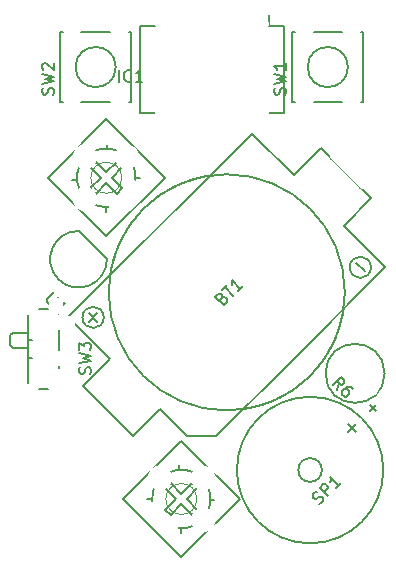
<source format=gbr>
G04 #@! TF.FileFunction,Legend,Top*
%FSLAX46Y46*%
G04 Gerber Fmt 4.6, Leading zero omitted, Abs format (unit mm)*
G04 Created by KiCad (PCBNEW (2015-11-17 BZR 6321)-product) date Thu 03 Dec 2015 08:01:09 PM EST*
%MOMM*%
G01*
G04 APERTURE LIST*
%ADD10C,0.100000*%
%ADD11C,0.150000*%
%ADD12C,0.152400*%
%ADD13C,0.177800*%
%ADD14C,0.088900*%
%ADD15O,2.000000X2.000000*%
%ADD16C,1.924000*%
%ADD17C,2.076400*%
%ADD18C,2.000200*%
%ADD19R,1.400000X3.150000*%
%ADD20C,1.300000*%
%ADD21R,1.900000X1.100000*%
%ADD22R,1.200000X1.400000*%
%ADD23C,1.299160*%
G04 APERTURE END LIST*
D10*
D11*
X90485787Y-80800505D02*
G75*
G03X82000505Y-89285786I1414213J-9899495D01*
G01*
X93314213Y-100599495D02*
G75*
G03X101799495Y-92114214I-1414213J9899495D01*
G01*
X97556854Y-80800505D02*
X94021320Y-77264971D01*
X105335029Y-88578680D02*
X101799495Y-85043146D01*
X82000505Y-96356854D02*
X78464971Y-92821320D01*
X88541243Y-102897592D02*
X86243146Y-100599495D01*
X97556854Y-96356854D02*
X91016117Y-102897592D01*
X91016117Y-102897592D02*
X88541243Y-102897592D01*
X80939845Y-92467767D02*
X80232738Y-93174874D01*
X103567262Y-88932233D02*
X102860155Y-88225126D01*
X104115095Y-88578680D02*
G75*
G03X104115095Y-88578680I-901387J0D01*
G01*
X94021320Y-77264971D02*
X78464971Y-92821320D01*
X79313499Y-100811627D02*
X80586292Y-99538835D01*
X81788373Y-103286501D02*
X79313499Y-100811627D01*
X83061165Y-102013708D02*
X81788373Y-103286501D01*
X79702408Y-98654951D02*
X82000505Y-96356854D01*
X83945049Y-102897592D02*
X79702408Y-98654951D01*
X86243146Y-100599495D02*
X83945049Y-102897592D01*
X101900000Y-90700000D02*
G75*
G03X101900000Y-90700000I-10000000J0D01*
G01*
X105335029Y-88578680D02*
X97556854Y-96356854D01*
X100738835Y-79386292D02*
X102011627Y-78113499D01*
X104097592Y-82745049D02*
X101799495Y-85043146D01*
X102011627Y-78113499D02*
X104486501Y-80588373D01*
X99854951Y-78502408D02*
X104097592Y-82745049D01*
X97556854Y-80800505D02*
X99854951Y-78502408D01*
X104486501Y-80588373D02*
X103213708Y-81861165D01*
X81487680Y-92821320D02*
G75*
G03X81487680Y-92821320I-901388J0D01*
G01*
X80939845Y-93174874D02*
X80232738Y-92467767D01*
X96745000Y-68135000D02*
X95475000Y-68135000D01*
X96745000Y-75485000D02*
X95475000Y-75485000D01*
X84535000Y-75485000D02*
X85805000Y-75485000D01*
X84535000Y-68135000D02*
X85805000Y-68135000D01*
X96745000Y-68135000D02*
X96745000Y-75485000D01*
X84535000Y-68135000D02*
X84535000Y-75485000D01*
X95475000Y-68135000D02*
X95475000Y-67200000D01*
X105260660Y-97560660D02*
G75*
G03X105260660Y-97560660I-2500000J0D01*
G01*
D12*
X85539477Y-108196051D02*
X85180267Y-108196051D01*
X88053949Y-110710523D02*
X88053949Y-111069733D01*
X89832040Y-109974142D02*
X90101447Y-110243549D01*
X90478618Y-108285854D02*
X90837828Y-108285854D01*
X89796119Y-106453881D02*
X90065526Y-106184474D01*
X87874344Y-105681579D02*
X87874344Y-105322369D01*
X86275858Y-106417960D02*
X86006451Y-106148553D01*
D13*
X87155923Y-106849013D02*
X88053949Y-107747038D01*
X88053949Y-107747038D02*
X88951975Y-106849013D01*
X88951975Y-106849013D02*
X89400987Y-107298025D01*
X89400987Y-107298025D02*
X88502962Y-108196051D01*
X88502962Y-108196051D02*
X89400987Y-109094077D01*
X89400987Y-109094077D02*
X88951975Y-109543089D01*
X88951975Y-109543089D02*
X88053949Y-108645064D01*
X88053949Y-108645064D02*
X87155923Y-109543089D01*
X87155923Y-109543089D02*
X86706911Y-109094077D01*
X86706911Y-109094077D02*
X87604936Y-108196051D01*
X87604936Y-108196051D02*
X86706911Y-107298025D01*
X86706911Y-107298025D02*
X87155923Y-106849013D01*
X88053949Y-103256910D02*
X92993090Y-108196051D01*
X92993090Y-108196051D02*
X88053949Y-113135192D01*
X88053949Y-113135192D02*
X83114808Y-108196051D01*
X83114808Y-108196051D02*
X88053949Y-103256910D01*
D14*
X89361474Y-108196051D02*
G75*
G03X89361474Y-108196051I-1307525J0D01*
G01*
D13*
X87833272Y-110665966D02*
G75*
G03X85584379Y-108420557I220677J2469915D01*
G01*
D12*
X81700000Y-83514472D02*
X81700000Y-83873682D01*
X84214472Y-81000000D02*
X84573682Y-81000000D01*
X83478091Y-79221909D02*
X83747498Y-78952502D01*
X81789803Y-78575331D02*
X81789803Y-78216121D01*
X79957830Y-79257830D02*
X79688423Y-78988423D01*
X79185528Y-81179605D02*
X78826318Y-81179605D01*
X79921909Y-82778091D02*
X79652502Y-83047498D01*
D13*
X80352962Y-81898026D02*
X81250987Y-81000000D01*
X81250987Y-81000000D02*
X80352962Y-80101974D01*
X80352962Y-80101974D02*
X80801974Y-79652962D01*
X80801974Y-79652962D02*
X81700000Y-80550987D01*
X81700000Y-80550987D02*
X82598026Y-79652962D01*
X82598026Y-79652962D02*
X83047038Y-80101974D01*
X83047038Y-80101974D02*
X82149013Y-81000000D01*
X82149013Y-81000000D02*
X83047038Y-81898026D01*
X83047038Y-81898026D02*
X82598026Y-82347038D01*
X82598026Y-82347038D02*
X81700000Y-81449013D01*
X81700000Y-81449013D02*
X80801974Y-82347038D01*
X80801974Y-82347038D02*
X80352962Y-81898026D01*
X76760859Y-81000000D02*
X81700000Y-76060859D01*
X81700000Y-76060859D02*
X86639141Y-81000000D01*
X86639141Y-81000000D02*
X81700000Y-85939141D01*
X81700000Y-85939141D02*
X76760859Y-81000000D01*
D14*
X83007525Y-81000000D02*
G75*
G03X83007525Y-81000000I-1307525J0D01*
G01*
D13*
X84169915Y-81220677D02*
G75*
G03X81924506Y-83469570I-2469915J220677D01*
G01*
D11*
X102137539Y-101854817D02*
X102845183Y-102562461D01*
X102137539Y-102562461D02*
X102843387Y-101856613D01*
X99955696Y-105745064D02*
G75*
G03X99955696Y-105745064I-1000760J0D01*
G01*
X105155076Y-105745064D02*
G75*
G03X105155076Y-105745064I-6200140J0D01*
G01*
X97450000Y-68625000D02*
X97650000Y-68625000D01*
X103450000Y-68625000D02*
X103250000Y-68625000D01*
X103450000Y-74625000D02*
X103250000Y-74625000D01*
X97450000Y-74625000D02*
X97650000Y-74625000D01*
X99250000Y-74625000D02*
X101650000Y-74625000D01*
X99250000Y-68625000D02*
X101650000Y-68625000D01*
X97450000Y-68625000D02*
X97450000Y-74625000D01*
X103450000Y-74625000D02*
X103450000Y-68625000D01*
X102150000Y-71625000D02*
G75*
G03X102150000Y-71625000I-1700000J0D01*
G01*
X77800000Y-68625000D02*
X78000000Y-68625000D01*
X83800000Y-68625000D02*
X83600000Y-68625000D01*
X83800000Y-74625000D02*
X83600000Y-74625000D01*
X77800000Y-74625000D02*
X78000000Y-74625000D01*
X79600000Y-74625000D02*
X82000000Y-74625000D01*
X79600000Y-68625000D02*
X82000000Y-68625000D01*
X77800000Y-68625000D02*
X77800000Y-74625000D01*
X83800000Y-74625000D02*
X83800000Y-68625000D01*
X82500000Y-71625000D02*
G75*
G03X82500000Y-71625000I-1700000J0D01*
G01*
X75375000Y-96250000D02*
X75075000Y-96250000D01*
X75375000Y-94750000D02*
X75075000Y-94750000D01*
X77675000Y-96900000D02*
X77675000Y-97100000D01*
X73775000Y-94100000D02*
X73575000Y-94300000D01*
X73775000Y-95400000D02*
X73575000Y-95200000D01*
X75075000Y-94100000D02*
X73775000Y-94100000D01*
X73575000Y-94300000D02*
X73575000Y-95200000D01*
X73775000Y-95400000D02*
X75075000Y-95400000D01*
X75075000Y-92650000D02*
X75075000Y-98350000D01*
X77675000Y-93900000D02*
X77675000Y-95600000D01*
X76775000Y-92150000D02*
X75975000Y-92150000D01*
X75975000Y-98850000D02*
X76775000Y-98850000D01*
X81752188Y-87898025D02*
X79348025Y-85493862D01*
X81748025Y-87898024D02*
G75*
G02X77650969Y-89595082I-2400000J-1D01*
G01*
X79348024Y-85498025D02*
G75*
G03X77650969Y-89595082I1J-2400000D01*
G01*
X91493908Y-91185076D02*
X91628595Y-91117732D01*
X91695939Y-91117733D01*
X91796955Y-91151405D01*
X91897970Y-91252420D01*
X91931641Y-91353435D01*
X91931641Y-91420778D01*
X91897970Y-91521794D01*
X91628595Y-91791168D01*
X90921488Y-91084061D01*
X91157191Y-90848359D01*
X91258206Y-90814687D01*
X91325550Y-90814687D01*
X91426565Y-90848359D01*
X91493908Y-90915702D01*
X91527580Y-91016717D01*
X91527580Y-91084061D01*
X91493908Y-91185076D01*
X91258206Y-91420778D01*
X91527580Y-90477970D02*
X91931641Y-90073908D01*
X92436717Y-90983046D02*
X91729610Y-90275939D01*
X93244840Y-90174924D02*
X92840778Y-90578985D01*
X93042809Y-90376955D02*
X92335702Y-89669848D01*
X92369374Y-89838206D01*
X92369374Y-89972893D01*
X92335702Y-90073908D01*
X82753810Y-72872381D02*
X82753810Y-71872381D01*
X83801429Y-72777143D02*
X83753810Y-72824762D01*
X83610953Y-72872381D01*
X83515715Y-72872381D01*
X83372857Y-72824762D01*
X83277619Y-72729524D01*
X83230000Y-72634286D01*
X83182381Y-72443810D01*
X83182381Y-72300952D01*
X83230000Y-72110476D01*
X83277619Y-72015238D01*
X83372857Y-71920000D01*
X83515715Y-71872381D01*
X83610953Y-71872381D01*
X83753810Y-71920000D01*
X83801429Y-71967619D01*
X84753810Y-72872381D02*
X84182381Y-72872381D01*
X84468095Y-72872381D02*
X84468095Y-71872381D01*
X84372857Y-72015238D01*
X84277619Y-72110476D01*
X84182381Y-72158095D01*
X101262269Y-98952031D02*
X101363284Y-98379610D01*
X100858207Y-98547970D02*
X101565314Y-97840863D01*
X101834689Y-98110237D01*
X101868360Y-98211253D01*
X101868360Y-98278596D01*
X101834689Y-98379611D01*
X101733673Y-98480626D01*
X101632658Y-98514298D01*
X101565315Y-98514298D01*
X101464300Y-98480626D01*
X101194925Y-98211252D01*
X102575467Y-98851016D02*
X102440779Y-98716328D01*
X102339764Y-98682657D01*
X102272421Y-98682657D01*
X102104062Y-98716328D01*
X101935704Y-98817343D01*
X101666329Y-99086718D01*
X101632658Y-99187733D01*
X101632658Y-99255076D01*
X101666329Y-99356092D01*
X101801017Y-99490779D01*
X101902032Y-99524451D01*
X101969375Y-99524451D01*
X102070391Y-99490779D01*
X102238749Y-99322421D01*
X102272422Y-99221405D01*
X102272422Y-99154061D01*
X102238750Y-99053046D01*
X102104062Y-98918359D01*
X102003047Y-98884687D01*
X101935704Y-98884687D01*
X101834688Y-98918359D01*
X99747323Y-108614906D02*
X99882010Y-108547562D01*
X100050370Y-108379203D01*
X100084041Y-108278188D01*
X100084041Y-108210844D01*
X100050370Y-108109829D01*
X99983026Y-108042486D01*
X99882011Y-108008814D01*
X99814668Y-108008814D01*
X99713652Y-108042485D01*
X99545292Y-108143501D01*
X99444277Y-108177172D01*
X99376934Y-108177172D01*
X99275919Y-108143501D01*
X99208575Y-108076157D01*
X99174903Y-107975142D01*
X99174903Y-107907799D01*
X99208575Y-107806784D01*
X99376934Y-107638424D01*
X99511621Y-107571081D01*
X100488102Y-107941470D02*
X99780995Y-107234364D01*
X100050370Y-106964989D01*
X100151385Y-106931318D01*
X100218728Y-106931318D01*
X100319743Y-106964989D01*
X100420758Y-107066004D01*
X100454430Y-107167020D01*
X100454430Y-107234363D01*
X100420758Y-107335378D01*
X100151384Y-107604753D01*
X101565598Y-106863974D02*
X101161537Y-107268035D01*
X101363567Y-107066005D02*
X100656460Y-106358898D01*
X100690132Y-106527257D01*
X100690132Y-106661944D01*
X100656460Y-106762959D01*
X104039809Y-100761207D02*
X104578557Y-100222458D01*
X104578557Y-100761206D02*
X104039809Y-100222458D01*
X96854762Y-73958333D02*
X96902381Y-73815476D01*
X96902381Y-73577380D01*
X96854762Y-73482142D01*
X96807143Y-73434523D01*
X96711905Y-73386904D01*
X96616667Y-73386904D01*
X96521429Y-73434523D01*
X96473810Y-73482142D01*
X96426190Y-73577380D01*
X96378571Y-73767857D01*
X96330952Y-73863095D01*
X96283333Y-73910714D01*
X96188095Y-73958333D01*
X96092857Y-73958333D01*
X95997619Y-73910714D01*
X95950000Y-73863095D01*
X95902381Y-73767857D01*
X95902381Y-73529761D01*
X95950000Y-73386904D01*
X95902381Y-73053571D02*
X96902381Y-72815476D01*
X96188095Y-72624999D01*
X96902381Y-72434523D01*
X95902381Y-72196428D01*
X96902381Y-71291666D02*
X96902381Y-71863095D01*
X96902381Y-71577381D02*
X95902381Y-71577381D01*
X96045238Y-71672619D01*
X96140476Y-71767857D01*
X96188095Y-71863095D01*
X77204762Y-73958333D02*
X77252381Y-73815476D01*
X77252381Y-73577380D01*
X77204762Y-73482142D01*
X77157143Y-73434523D01*
X77061905Y-73386904D01*
X76966667Y-73386904D01*
X76871429Y-73434523D01*
X76823810Y-73482142D01*
X76776190Y-73577380D01*
X76728571Y-73767857D01*
X76680952Y-73863095D01*
X76633333Y-73910714D01*
X76538095Y-73958333D01*
X76442857Y-73958333D01*
X76347619Y-73910714D01*
X76300000Y-73863095D01*
X76252381Y-73767857D01*
X76252381Y-73529761D01*
X76300000Y-73386904D01*
X76252381Y-73053571D02*
X77252381Y-72815476D01*
X76538095Y-72624999D01*
X77252381Y-72434523D01*
X76252381Y-72196428D01*
X76347619Y-71863095D02*
X76300000Y-71815476D01*
X76252381Y-71720238D01*
X76252381Y-71482142D01*
X76300000Y-71386904D01*
X76347619Y-71339285D01*
X76442857Y-71291666D01*
X76538095Y-71291666D01*
X76680952Y-71339285D01*
X77252381Y-71910714D01*
X77252381Y-71291666D01*
X80354762Y-97613333D02*
X80402381Y-97470476D01*
X80402381Y-97232380D01*
X80354762Y-97137142D01*
X80307143Y-97089523D01*
X80211905Y-97041904D01*
X80116667Y-97041904D01*
X80021429Y-97089523D01*
X79973810Y-97137142D01*
X79926190Y-97232380D01*
X79878571Y-97422857D01*
X79830952Y-97518095D01*
X79783333Y-97565714D01*
X79688095Y-97613333D01*
X79592857Y-97613333D01*
X79497619Y-97565714D01*
X79450000Y-97518095D01*
X79402381Y-97422857D01*
X79402381Y-97184761D01*
X79450000Y-97041904D01*
X79402381Y-96708571D02*
X80402381Y-96470476D01*
X79688095Y-96279999D01*
X80402381Y-96089523D01*
X79402381Y-95851428D01*
X79402381Y-95565714D02*
X79402381Y-94946666D01*
X79783333Y-95280000D01*
X79783333Y-95137142D01*
X79830952Y-95041904D01*
X79878571Y-94994285D01*
X79973810Y-94946666D01*
X80211905Y-94946666D01*
X80307143Y-94994285D01*
X80354762Y-95041904D01*
X80402381Y-95137142D01*
X80402381Y-95422857D01*
X80354762Y-95518095D01*
X80307143Y-95565714D01*
X77266101Y-90698505D02*
X76693681Y-91270925D01*
X76660009Y-91371940D01*
X76660009Y-91439283D01*
X76693681Y-91540298D01*
X76828369Y-91674986D01*
X76929384Y-91708658D01*
X76996727Y-91708658D01*
X77097742Y-91674986D01*
X77670162Y-91102566D01*
X77670162Y-92516780D02*
X77266101Y-92112718D01*
X77468131Y-92314749D02*
X78175238Y-91607642D01*
X78006879Y-91641314D01*
X77872193Y-91641314D01*
X77771177Y-91607642D01*
%LPC*%
D10*
G36*
X103036931Y-76805352D02*
X105794648Y-79563069D01*
X103390485Y-81967232D01*
X100632768Y-79209515D01*
X103036931Y-76805352D01*
X103036931Y-76805352D01*
G37*
G36*
X80763069Y-104594648D02*
X78005352Y-101836931D01*
X80409515Y-99432768D01*
X83167232Y-102190485D01*
X80763069Y-104594648D01*
X80763069Y-104594648D01*
G37*
D15*
X94450000Y-68000000D03*
X91910000Y-68000000D03*
X89370000Y-68000000D03*
X86830000Y-68000000D03*
X86830000Y-75620000D03*
X89370000Y-75620000D03*
X91910000Y-75620000D03*
X94450000Y-75620000D03*
D16*
X101700000Y-96500000D03*
X103821320Y-98621320D03*
D17*
X86257898Y-106400000D03*
X89850000Y-106400000D03*
X89850000Y-109992102D03*
X79903949Y-82796051D03*
X79903949Y-79203949D03*
X83496051Y-79203949D03*
D18*
X96709872Y-107990128D03*
X101200000Y-103500000D03*
D19*
X98450000Y-68750000D03*
X98450000Y-74500000D03*
X102450000Y-74500000D03*
X102450000Y-68750000D03*
X78800000Y-68750000D03*
X78800000Y-74500000D03*
X82800000Y-74500000D03*
X82800000Y-68750000D03*
D20*
X76375000Y-94000000D03*
X76375000Y-97000000D03*
D21*
X78125000Y-93250000D03*
X78125000Y-96250000D03*
X78125000Y-97750000D03*
D22*
X75275000Y-91850000D03*
X75275000Y-99150000D03*
X77475000Y-99150000D03*
X77475000Y-91850000D03*
D23*
X79560857Y-87685193D02*
X79135193Y-88110857D01*
X78662832Y-86787168D02*
X78237168Y-87212832D01*
X80458883Y-88583219D02*
X80033219Y-89008883D01*
M02*

</source>
